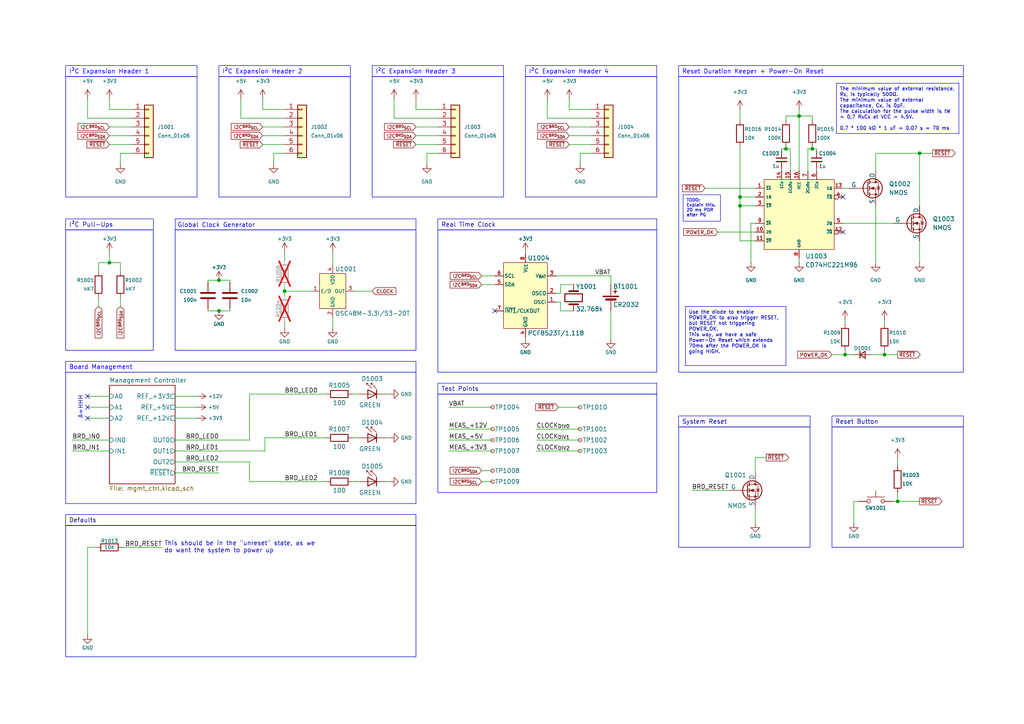
<source format=kicad_sch>
(kicad_sch (version 20250114) (generator "eeschema") (generator_version "9.0")
  (paper "A4")
  (title_block (company "Ashet Technologies") (comment 1 "This sheet contains all backplane-builtin features that are not expansion ports."))
  (lib_symbols
    (symbol "Connector:TestPoint_Small" (pin_numbers (hide yes)) (pin_names (offset 0.762) (hide yes))
      (property "Reference" "TP" (at 0 3.81 0))
      (property "Value" "TestPoint_Small" (at 0 2.032 0))
      (symbol "TestPoint_Small_1_1"
        (pin passive line (at 0 0 90) (length 0) (name "1") (number "1"))
      )
    )
    (symbol "Connector_Generic:Conn_01x06" (pin_names (offset 1.016) (hide yes))
      (property "Reference" "J" (at 0 7.62 0))
      (property "Value" "Conn_01x06" (at 0 -10.16 0))
      (symbol "Conn_01x06_1_1"
        (pin passive line (at -5.08 5.08 0) (length 3.81) (name "Pin_1") (number "1"))
        (pin passive line (at -5.08 2.54 0) (length 3.81) (name "Pin_2") (number "2"))
        (pin passive line (at -5.08 0 0) (length 3.81) (name "Pin_3") (number "3"))
        (pin passive line (at -5.08 -2.54 0) (length 3.81) (name "Pin_4") (number "4"))
        (pin passive line (at -5.08 -5.08 0) (length 3.81) (name "Pin_5") (number "5"))
        (pin passive line (at -5.08 -7.62 0) (length 3.81) (name "Pin_6") (number "6"))
      )
    )
    (symbol "Device:Battery_Cell" (pin_numbers (hide yes)) (pin_names (offset 0) (hide yes))
      (property "Reference" "BT" (at 2.54 2.54 0))
      (property "Value" "Battery_Cell" (at 2.54 0 0))
      (symbol "Battery_Cell_1_1"
        (pin passive line (at 0 5.08 270) (length 2.54) (name "+") (number "1"))
        (pin passive line (at 0 -2.54 90) (length 2.54) (name "-") (number "2"))
      )
    )
    (symbol "Device:C" (pin_numbers (hide yes)) (pin_names (offset 0.254))
      (property "Reference" "C" (at 0.635 2.54 0))
      (property "Value" "C" (at 0.635 -2.54 0))
      (symbol "C_1_1"
        (pin passive line (at 0 3.81 270) (length 2.794) (name "~") (number "1"))
        (pin passive line (at 0 -3.81 90) (length 2.794) (name "~") (number "2"))
      )
    )
    (symbol "Device:C_Small" (pin_numbers (hide yes)) (pin_names (offset 0.254) (hide yes))
      (property "Reference" "C" (at 0.254 1.778 0))
      (property "Value" "C_Small" (at 0.254 -2.032 0))
      (symbol "C_Small_1_1"
        (pin passive line (at 0 2.54 270) (length 2.032) (name "~") (number "1"))
        (pin passive line (at 0 -2.54 90) (length 2.032) (name "~") (number "2"))
      )
    )
    (symbol "Device:Crystal" (pin_numbers (hide yes)) (pin_names (offset 1.016) (hide yes))
      (property "Reference" "Y" (at 0 3.81 0))
      (property "Value" "Crystal" (at 0 -3.81 0))
      (symbol "Crystal_1_1"
        (pin passive line (at -3.81 0 0) (length 1.27) (name "1") (number "1"))
        (pin passive line (at 3.81 0 180) (length 1.27) (name "2") (number "2"))
      )
    )
    (symbol "Device:D_Small" (pin_numbers (hide yes)) (pin_names (offset 0.254) (hide yes))
      (property "Reference" "D" (at -1.27 2.032 0))
      (property "Value" "D_Small" (at -3.81 -2.032 0))
      (symbol "D_Small_1_1"
        (pin passive line (at -2.54 0 0) (length 1.778) (name "K") (number "1"))
        (pin passive line (at 2.54 0 180) (length 1.778) (name "A") (number "2"))
      )
    )
    (symbol "Device:R" (pin_numbers (hide yes)) (pin_names (offset 0))
      (property "Reference" "R" (at 2.032 0 90))
      (property "Value" "R" (at 0 0 90))
      (symbol "R_1_1"
        (pin passive line (at 0 3.81 270) (length 1.27) (name "~") (number "1"))
        (pin passive line (at 0 -3.81 90) (length 1.27) (name "~") (number "2"))
      )
    )
    (symbol "Home Computer:OSC48M-3.3I/S3-20T" (pin_names (offset 0.254))
      (property "Reference" "U" (at 0.508 5.588 0))
      (property "Value" "OSC48M-3.3I/S3-20T" (at 0.508 -5.588 0))
      (symbol "OSC48M-3.3I/S3-20T_1_1"
        (pin input line (at -6.35 0 0) (length 2.54) (name "E/D") (number "1"))
        (pin power_in line (at 0 7.62 270) (length 2.54) (name "VDD") (number "4"))
        (pin power_in line (at 0 -7.62 90) (length 2.54) (name "GND") (number "2"))
        (pin output line (at 6.35 0 180) (length 2.54) (name "OUT") (number "3"))
      )
    )
    (symbol "Home Computer:PCF8523T/1" (pin_names (offset 0.254))
      (property "Reference" "U" (at 0.635 13.335 0))
      (property "Value" "PCF8523T/1,118" (at 0.635 -6.985 0))
      (symbol "PCF8523T/1_1_1"
        (pin open_collector line (at -8.89 8.89 0) (length 2.54) (name "SCL") (number "6"))
        (pin open_collector line (at -8.89 6.35 0) (length 2.54) (name "SDA") (number "5"))
        (pin output line (at -8.89 -1.27 0) (length 2.54) (name "~{INT1}/CLKOUT") (number "7"))
        (pin power_in line (at 0 15.24 270) (length 2.54) (name "V_{CC}") (number "8"))
        (pin power_in line (at 0 -8.89 90) (length 2.54) (name "GND") (number "4"))
        (pin power_in line (at 8.89 8.89 180) (length 2.54) (name "V_{BAT}") (number "3"))
        (pin passive line (at 8.89 3.81 180) (length 2.54) (name "OSCO") (number "2"))
        (pin passive line (at 8.89 1.27 180) (length 2.54) (name "OSCI") (number "1"))
      )
    )
    (symbol "LED:LD271" (pin_numbers (hide yes)) (pin_names (offset 1.016) (hide yes))
      (property "Reference" "D" (at 0.508 1.778 0))
      (property "Value" "LD271" (at -1.016 -2.794 0))
      (symbol "LD271_1_1"
        (pin passive line (at -5.08 0 0) (length 2.54) (name "K") (number "1"))
        (pin passive line (at 2.54 0 180) (length 2.54) (name "A") (number "2"))
      )
    )
    (symbol "Simulation_SPICE:NMOS" (pin_numbers (hide yes)) (pin_names (offset 0))
      (property "Reference" "Q" (at 5.08 1.27 0))
      (property "Value" "NMOS" (at 5.08 -1.27 0))
      (symbol "NMOS_1_1"
        (pin input line (at -5.08 0 0) (length 2.54) (name "G") (number "2"))
        (pin passive line (at 2.54 5.08 270) (length 2.54) (name "D") (number "1"))
        (pin passive line (at 2.54 -5.08 90) (length 2.54) (name "S") (number "3"))
      )
    )
    (symbol "Switch:SW_Push" (pin_numbers (hide yes)) (pin_names (offset 1.016) (hide yes))
      (property "Reference" "SW" (at 1.27 2.54 0))
      (property "Value" "SW_Push" (at 0 -1.524 0))
      (symbol "SW_Push_0_1"
        (pin passive line (at -5.08 0 0) (length 2.54) (name "1") (number "1"))
        (pin passive line (at 5.08 0 180) (length 2.54) (name "2") (number "2"))
      )
    )
    (symbol "Symbol Library:CD74HC221M96"
      (property "Reference" "U" (at 10.16 10.16 0))
      (property "Value" "CD74HC221M96" (at 0 0 0))
      (symbol "CD74HC221M96_1_1"
        (pin input line (at -12.7 7.62 0) (length 2.54) (name "~{1A}") (number "1"))
        (pin input line (at -12.7 5.08 0) (length 2.54) (name "1B") (number "2"))
        (pin input line (at -12.7 2.54 0) (length 2.54) (name "~{1R}") (number "3"))
        (pin input line (at -12.7 -2.54 0) (length 2.54) (name "~{2A}") (number "9"))
        (pin input line (at -12.7 -5.08 0) (length 2.54) (name "2B") (number "10"))
        (pin input line (at -12.7 -7.62 0) (length 2.54) (name "~{2R}") (number "11"))
        (pin passive line (at -5.08 12.7 270) (length 2.54) (name "1C_{X}") (number "14"))
        (pin passive line (at -2.54 12.7 270) (length 2.54) (name "1C_{X}R_{X}") (number "15"))
        (pin power_in line (at 0 12.7 270) (length 2.54) (name "VCC") (number "16"))
        (pin power_in line (at 0 -12.7 90) (length 2.54) (name "GND") (number "8"))
        (pin passive line (at 2.54 12.7 270) (length 2.54) (name "2C_{X}R_{X}") (number "7"))
        (pin passive line (at 5.08 12.7 270) (length 2.54) (name "2C_{X}") (number "6"))
        (pin output line (at 12.7 7.62 180) (length 2.54) (name "1Q") (number "13"))
        (pin output inverted (at 12.7 5.08 180) (length 2.54) (name "~{1Q}") (number "4"))
        (pin output line (at 12.7 -2.54 180) (length 2.54) (name "2Q") (number "5"))
        (pin output inverted (at 12.7 -5.08 180) (length 2.54) (name "~{2Q}") (number "12"))
      )
    )
    (symbol "power:+12V" (power) (pin_numbers (hide yes)) (pin_names (offset 0) (hide yes))
      (property "Value" "+12V" (at 0 3.556 0))
      (symbol "+12V_1_1"
        (pin power_in line (at 0 0 90) (length 0) (name "~") (number "1"))
      )
    )
    (symbol "power:+3V3" (power) (pin_numbers (hide yes)) (pin_names (offset 0) (hide yes))
      (property "Value" "+3V3" (at 0 3.556 0))
      (symbol "+3V3_1_1"
        (pin power_in line (at 0 0 90) (length 0) (name "~") (number "1"))
      )
    )
    (symbol "power:+5V" (power) (pin_numbers (hide yes)) (pin_names (offset 0) (hide yes))
      (property "Value" "+5V" (at 0 3.556 0))
      (symbol "+5V_1_1"
        (pin power_in line (at 0 0 90) (length 0) (name "~") (number "1"))
      )
    )
    (symbol "power:GND" (power) (pin_numbers (hide yes)) (pin_names (offset 0) (hide yes))
      (property "Value" "GND" (at 0 -3.81 0))
      (symbol "GND_1_1"
        (pin power_in line (at 0 0 270) (length 0) (name "~") (number "1"))
      )
    )
  )
  (rectangle (start 63.5 22.225) (end 101.6 57.15))
  (rectangle (start 196.85 22.225) (end 279.4 107.95))
  (rectangle (start 152.4 22.225) (end 190.5 57.15))
  (rectangle (start 50.8 66.675) (end 120.65 101.6))
  (rectangle (start 19.05 107.95) (end 120.65 146.05))
  (rectangle (start 19.05 66.675) (end 44.45 101.6))
  (rectangle (start 19.05 152.4) (end 120.65 190.5))
  (rectangle (start 19.05 22.225) (end 57.15 57.15))
  (rectangle (start 50.8 63.5) (end 120.65 66.675) (fill (type color) (color 255 255 255 1)))
  (rectangle (start 127 114.3) (end 190.5 142.875))
  (rectangle (start 241.3 123.825) (end 279.4 158.75))
  (rectangle (start 196.85 123.825) (end 234.95 158.75))
  (rectangle (start 127 66.675) (end 190.5 107.95))
  (rectangle (start 107.95 22.225) (end 146.05 57.15))
  (text "Global Clock Generator" (at 51.435 65.405 0) (effects (font (size 1.27 1.27)) (justify left)))
  (text "A=HHH" (at 24.13 118.11 90) (effects (font (size 1.27 1.27)) (justify bottom)))
  (text "This should be in the \"unreset\" state, as we\ndo want the system to power up" (at 47.625 158.75 0) (effects (font (size 1.27 1.27)) (justify left)))
  (text_box "I²C Expansion Header 3" (at 107.95 19.05 0) (size 38.1 3.175) (margins 0.9525 0.9525 0.9525 0.9525) (fill (type color) (color 255 255 255 1)) (effects (font (size 1.27 1.27)) (justify left)))
  (text_box "Real Time Clock" (at 127 63.5 0) (size 63.5 3.175) (margins 0.9525 0.9525 0.9525 0.9525) (fill (type color) (color 255 255 255 1)) (effects (font (size 1.27 1.27)) (justify left)))
  (text_box "TODO:\nExplain this.\n20 ms POR after PG" (at 198.12 56.515 0) (size 10.795 7.62) (margins 0.9525 0.9525 0.9525 0.9525) (fill (type color) (color 255 255 255 1)) (effects (font (size 0.889 0.889)) (justify left top)))
  (text_box "I²C Expansion Header 1" (at 19.05 19.05 0) (size 38.1 3.175) (margins 0.9525 0.9525 0.9525 0.9525) (fill (type color) (color 255 255 255 1)) (effects (font (size 1.27 1.27)) (justify left)))
  (text_box "Use the diode to enable POWER_OK to also trigger RESET,\nbut RESET not triggering POWER_OK.\nThis way, we have a safe Power-On Reset which extends 70ms after the POWER_OK is going HIGH." (at 198.755 88.9 0) (size 29.21 17.145) (margins 0.9525 0.9525 0.9525 0.9525) (fill (type color) (color 255 255 255 1)) (effects (font (size 1.016 1.016)) (justify left top)))
  (text_box "Reset Button" (at 241.3 120.65 0) (size 38.1 3.175) (margins 0.9525 0.9525 0.9525 0.9525) (fill (type color) (color 255 255 255 1)) (effects (font (size 1.27 1.27)) (justify left)))
  (text_box "Defaults" (at 19.05 149.225 0) (size 101.6 3.175) (margins 0.9525 0.9525 0.9525 0.9525) (fill (type color) (color 255 255 255 1)) (effects (font (size 1.27 1.27)) (justify left)))
  (text_box "Board Management" (at 19.05 104.775 0) (size 101.6 3.175) (margins 0.9525 0.9525 0.9525 0.9525) (fill (type color) (color 255 255 255 1)) (effects (font (size 1.27 1.27)) (justify left)))
  (text_box "System Reset" (at 196.85 120.65 0) (size 38.1 3.175) (margins 0.9525 0.9525 0.9525 0.9525) (fill (type color) (color 255 255 255 1)) (effects (font (size 1.27 1.27)) (justify left)))
  (text_box "Reset Duration Keeper + Power-On Reset" (at 196.85 19.05 0) (size 82.55 3.175) (margins 0.9525 0.9525 0.9525 0.9525) (fill (type color) (color 255 255 255 1)) (effects (font (size 1.27 1.27)) (justify left)))
  (text_box "I²C Pull-Ups" (at 19.05 63.5 0) (size 25.4 3.175) (margins 0.9525 0.9525 0.9525 0.9525) (fill (type color) (color 255 255 255 1)) (effects (font (size 1.27 1.27)) (justify left)))
  (text_box "I²C Expansion Header 4" (at 152.4 19.05 0) (size 38.1 3.175) (margins 0.9525 0.9525 0.9525 0.9525) (fill (type color) (color 255 255 255 1)) (effects (font (size 1.27 1.27)) (justify left)))
  (text_box "Test Points" (at 127 111.125 0) (size 63.5 3.175) (margins 0.9525 0.9525 0.9525 0.9525) (fill (type color) (color 255 255 255 1)) (effects (font (size 1.27 1.27)) (justify left)))
  (text_box "I²C Expansion Header 2" (at 63.5 19.05 0) (size 38.1 3.175) (margins 0.9525 0.9525 0.9525 0.9525) (fill (type color) (color 255 255 255 1)) (effects (font (size 1.27 1.27)) (justify left)))
  (text_box "The minimum value of external resistance, R_{X}, is typically 500Ω.\nThe minimum value of external capacitance, C_{X}, is 0pF.\nThe calculation for the pulse width is tW = 0.7 R_{X}C_{X} at VCC = 4.5V.\n\n0.7 * 100 kΩ * 1 uF = 0.07 s = 70 ms" (at 242.57 24.13 0) (size 35.56 14.605) (margins 0.9525 0.9525 0.9525 0.9525) (fill (type color) (color 255 255 255 1)) (effects (font (size 1.016 1.016)) (justify left top)))
  (junction (at 260.35 145.415))
  (junction (at 214.63 59.69))
  (junction (at 63.5 81.28))
  (junction (at 227.965 43.18))
  (junction (at 31.75 76.2))
  (junction (at 256.54 102.87))
  (junction (at 214.63 57.15))
  (junction (at 245.11 102.87))
  (junction (at 235.585 43.18))
  (junction (at 266.7 44.45))
  (junction (at 63.5 90.17))
  (junction (at 82.55 84.455))
  (junction (at 231.775 33.655))
  (no_connect (at 25.4 118.11))
  (no_connect (at 244.475 67.31))
  (no_connect (at 244.475 57.15))
  (no_connect (at 25.4 114.935))
  (no_connect (at 25.4 121.285))
  (no_connect (at 143.51 90.17))
  (wire (pts (xy 102.235 114.3) (xy 104.14 114.3)))
  (wire (pts (xy 31.75 28.575) (xy 31.75 31.75)))
  (wire (pts (xy 72.39 114.3) (xy 94.615 114.3)))
  (wire (pts (xy 82.55 31.75) (xy 76.2 31.75)))
  (wire (pts (xy 130.175 130.81) (xy 142.875 130.81)))
  (wire (pts (xy 235.585 34.925) (xy 235.585 33.655)))
  (wire (pts (xy 120.65 28.575) (xy 120.65 31.75)))
  (wire (pts (xy 111.76 139.7) (xy 113.03 139.7)))
  (wire (pts (xy 152.4 73.025) (xy 152.4 73.66)))
  (wire (pts (xy 235.585 43.18) (xy 234.315 43.18)))
  (wire (pts (xy 245.11 102.87) (xy 247.65 102.87)))
  (wire (pts (xy 245.11 101.6) (xy 245.11 102.87)))
  (wire (pts (xy 168.275 44.45) (xy 168.275 47.625)))
  (wire (pts (xy 162.56 90.17) (xy 166.37 90.17)))
  (wire (pts (xy 60.325 90.17) (xy 63.5 90.17)))
  (wire (pts (xy 217.805 64.77) (xy 219.075 64.77)))
  (wire (pts (xy 227.965 43.18) (xy 226.695 43.18)))
  (wire (pts (xy 76.835 127) (xy 94.615 127)))
  (wire (pts (xy 168.275 130.81) (xy 155.575 130.81)))
  (wire (pts (xy 127 36.83) (xy 120.65 36.83)))
  (wire (pts (xy 219.075 132.715) (xy 219.075 137.16)))
  (wire (pts (xy 266.7 44.45) (xy 266.7 59.69)))
  (wire (pts (xy 102.87 84.455) (xy 107.95 84.455)))
  (wire (pts (xy 127 31.75) (xy 120.65 31.75)))
  (wire (pts (xy 266.7 44.45) (xy 270.51 44.45)))
  (wire (pts (xy 214.63 31.75) (xy 214.63 34.925)))
  (wire (pts (xy 162.56 82.55) (xy 162.56 85.09)))
  (wire (pts (xy 214.63 42.545) (xy 214.63 57.15)))
  (wire (pts (xy 214.63 59.69) (xy 219.075 59.69)))
  (wire (pts (xy 120.65 41.91) (xy 127 41.91)))
  (wire (pts (xy 35.56 158.75) (xy 46.99 158.75)))
  (wire (pts (xy 227.965 34.925) (xy 227.965 33.655)))
  (wire (pts (xy 155.575 127.635) (xy 168.275 127.635)))
  (wire (pts (xy 256.54 102.87) (xy 260.35 102.87)))
  (wire (pts (xy 111.76 127) (xy 113.03 127)))
  (wire (pts (xy 222.25 132.715) (xy 219.075 132.715)))
  (wire (pts (xy 260.35 132.715) (xy 260.35 135.255)))
  (wire (pts (xy 254 44.45) (xy 266.7 44.45)))
  (wire (pts (xy 25.4 158.75) (xy 25.4 184.15)))
  (wire (pts (xy 139.7 80.01) (xy 143.51 80.01)))
  (wire (pts (xy 50.8 137.16) (xy 63.5 137.16)))
  (wire (pts (xy 38.1 36.83) (xy 31.75 36.83)))
  (wire (pts (xy 235.585 33.655) (xy 231.775 33.655)))
  (wire (pts (xy 260.35 142.875) (xy 260.35 145.415)))
  (wire (pts (xy 204.47 54.61) (xy 219.075 54.61)))
  (wire (pts (xy 214.63 57.15) (xy 214.63 59.69)))
  (wire (pts (xy 82.55 44.45) (xy 79.375 44.45)))
  (wire (pts (xy 139.7 82.55) (xy 143.51 82.55)))
  (wire (pts (xy 28.575 78.74) (xy 28.575 76.2)))
  (wire (pts (xy 260.35 145.415) (xy 259.08 145.415)))
  (wire (pts (xy 82.55 39.37) (xy 76.2 39.37)))
  (wire (pts (xy 82.55 73.025) (xy 82.55 75.565)))
  (wire (pts (xy 177.165 80.01) (xy 161.29 80.01)))
  (wire (pts (xy 25.4 114.935) (xy 31.75 114.935)))
  (wire (pts (xy 171.45 34.29) (xy 158.75 34.29)))
  (wire (pts (xy 127 44.45) (xy 123.825 44.45)))
  (wire (pts (xy 247.65 145.415) (xy 247.65 151.765)))
  (wire (pts (xy 34.925 76.2) (xy 34.925 78.74)))
  (wire (pts (xy 31.75 41.91) (xy 38.1 41.91)))
  (wire (pts (xy 20.955 127.635) (xy 31.75 127.635)))
  (wire (pts (xy 247.65 145.415) (xy 248.92 145.415)))
  (wire (pts (xy 38.1 44.45) (xy 34.925 44.45)))
  (wire (pts (xy 252.73 102.87) (xy 256.54 102.87)))
  (wire (pts (xy 90.17 84.455) (xy 82.55 84.455)))
  (wire (pts (xy 256.54 101.6) (xy 256.54 102.87)))
  (wire (pts (xy 25.4 158.75) (xy 27.94 158.75)))
  (wire (pts (xy 25.4 121.285) (xy 31.75 121.285)))
  (wire (pts (xy 254 59.69) (xy 254 76.2)))
  (wire (pts (xy 50.8 118.11) (xy 57.15 118.11)))
  (wire (pts (xy 102.235 127) (xy 104.14 127)))
  (wire (pts (xy 123.825 44.45) (xy 123.825 47.625)))
  (wire (pts (xy 214.63 59.69) (xy 214.63 69.85)))
  (wire (pts (xy 50.8 127.635) (xy 72.39 127.635)))
  (wire (pts (xy 31.75 73.025) (xy 31.75 76.2)))
  (wire (pts (xy 162.56 87.63) (xy 162.56 90.17)))
  (wire (pts (xy 82.55 83.185) (xy 82.55 84.455)))
  (wire (pts (xy 231.775 31.75) (xy 231.775 33.655)))
  (wire (pts (xy 266.7 145.415) (xy 260.35 145.415)))
  (wire (pts (xy 166.37 82.55) (xy 162.56 82.55)))
  (wire (pts (xy 214.63 57.15) (xy 219.075 57.15)))
  (wire (pts (xy 69.85 34.29) (xy 69.85 28.575)))
  (wire (pts (xy 171.45 31.75) (xy 165.1 31.75)))
  (wire (pts (xy 76.835 130.81) (xy 76.835 127)))
  (wire (pts (xy 171.45 36.83) (xy 165.1 36.83)))
  (wire (pts (xy 111.76 114.3) (xy 113.03 114.3)))
  (wire (pts (xy 231.775 33.655) (xy 231.775 49.53)))
  (wire (pts (xy 28.575 88.9) (xy 28.575 86.36)))
  (wire (pts (xy 227.965 43.18) (xy 227.965 42.545)))
  (wire (pts (xy 226.695 48.895) (xy 226.695 49.53)))
  (wire (pts (xy 235.585 43.18) (xy 235.585 42.545)))
  (wire (pts (xy 244.475 64.77) (xy 259.08 64.77)))
  (wire (pts (xy 25.4 34.29) (xy 25.4 28.575)))
  (wire (pts (xy 177.165 90.17) (xy 177.165 98.425)))
  (wire (pts (xy 219.075 147.32) (xy 219.075 151.765)))
  (wire (pts (xy 60.325 81.28) (xy 63.5 81.28)))
  (wire (pts (xy 60.325 90.17) (xy 60.325 89.535)))
  (wire (pts (xy 34.925 44.45) (xy 34.925 47.625)))
  (wire (pts (xy 28.575 76.2) (xy 31.75 76.2)))
  (wire (pts (xy 50.8 130.81) (xy 76.835 130.81)))
  (wire (pts (xy 79.375 44.45) (xy 79.375 47.625)))
  (wire (pts (xy 38.1 39.37) (xy 31.75 39.37)))
  (wire (pts (xy 234.315 43.18) (xy 234.315 49.53)))
  (wire (pts (xy 72.39 133.985) (xy 72.39 139.7)))
  (wire (pts (xy 82.55 84.455) (xy 82.55 85.725)))
  (wire (pts (xy 82.55 34.29) (xy 69.85 34.29)))
  (wire (pts (xy 50.8 114.935) (xy 57.15 114.935)))
  (wire (pts (xy 177.165 82.55) (xy 177.165 80.01)))
  (wire (pts (xy 76.2 41.91) (xy 82.55 41.91)))
  (wire (pts (xy 208.28 67.31) (xy 219.075 67.31)))
  (wire (pts (xy 256.54 92.71) (xy 256.54 93.98)))
  (wire (pts (xy 171.45 44.45) (xy 168.275 44.45)))
  (wire (pts (xy 72.39 139.7) (xy 94.615 139.7)))
  (wire (pts (xy 76.2 28.575) (xy 76.2 31.75)))
  (wire (pts (xy 152.4 98.425) (xy 152.4 97.79)))
  (wire (pts (xy 38.1 34.29) (xy 25.4 34.29)))
  (wire (pts (xy 96.52 92.075) (xy 96.52 95.25)))
  (wire (pts (xy 245.11 92.71) (xy 245.11 93.98)))
  (wire (pts (xy 96.52 73.025) (xy 96.52 76.835)))
  (wire (pts (xy 254 49.53) (xy 254 44.45)))
  (wire (pts (xy 231.775 74.93) (xy 231.775 76.2)))
  (wire (pts (xy 226.695 43.18) (xy 226.695 43.815)))
  (wire (pts (xy 161.925 118.11) (xy 168.275 118.11)))
  (wire (pts (xy 229.235 43.18) (xy 229.235 49.53)))
  (wire (pts (xy 63.5 90.17) (xy 66.675 90.17)))
  (wire (pts (xy 34.925 88.9) (xy 34.925 86.36)))
  (wire (pts (xy 219.075 69.85) (xy 214.63 69.85)))
  (wire (pts (xy 139.7 139.7) (xy 142.875 139.7)))
  (wire (pts (xy 102.235 139.7) (xy 104.14 139.7)))
  (wire (pts (xy 161.29 87.63) (xy 162.56 87.63)))
  (wire (pts (xy 130.175 127.635) (xy 142.875 127.635)))
  (wire (pts (xy 63.5 81.28) (xy 66.675 81.28)))
  (wire (pts (xy 165.1 28.575) (xy 165.1 31.75)))
  (wire (pts (xy 130.175 118.11) (xy 142.875 118.11)))
  (wire (pts (xy 66.675 90.17) (xy 66.675 89.535)))
  (wire (pts (xy 236.855 43.18) (xy 236.855 43.815)))
  (wire (pts (xy 114.3 34.29) (xy 114.3 28.575)))
  (wire (pts (xy 82.55 93.345) (xy 82.55 95.25)))
  (wire (pts (xy 235.585 43.18) (xy 236.855 43.18)))
  (wire (pts (xy 236.855 48.895) (xy 236.855 49.53)))
  (wire (pts (xy 266.7 69.85) (xy 266.7 76.2)))
  (wire (pts (xy 139.7 136.525) (xy 142.875 136.525)))
  (wire (pts (xy 50.8 121.285) (xy 57.15 121.285)))
  (wire (pts (xy 227.965 43.18) (xy 229.235 43.18)))
  (wire (pts (xy 60.325 81.28) (xy 60.325 81.915)))
  (wire (pts (xy 31.75 76.2) (xy 34.925 76.2)))
  (wire (pts (xy 162.56 85.09) (xy 161.29 85.09)))
  (wire (pts (xy 130.175 124.46) (xy 142.875 124.46)))
  (wire (pts (xy 25.4 118.11) (xy 31.75 118.11)))
  (wire (pts (xy 127 39.37) (xy 120.65 39.37)))
  (wire (pts (xy 217.805 64.77) (xy 217.805 76.2)))
  (wire (pts (xy 155.575 124.46) (xy 168.275 124.46)))
  (wire (pts (xy 165.1 41.91) (xy 171.45 41.91)))
  (wire (pts (xy 38.1 31.75) (xy 31.75 31.75)))
  (wire (pts (xy 127 34.29) (xy 114.3 34.29)))
  (wire (pts (xy 171.45 39.37) (xy 165.1 39.37)))
  (wire (pts (xy 50.8 133.985) (xy 72.39 133.985)))
  (wire (pts (xy 66.675 81.28) (xy 66.675 81.915)))
  (wire (pts (xy 158.75 34.29) (xy 158.75 28.575)))
  (wire (pts (xy 20.955 130.81) (xy 31.75 130.81)))
  (wire (pts (xy 72.39 127.635) (xy 72.39 114.3)))
  (wire (pts (xy 82.55 36.83) (xy 76.2 36.83)))
  (wire (pts (xy 227.965 33.655) (xy 231.775 33.655)))
  (wire (pts (xy 200.66 142.24) (xy 211.455 142.24)))
  (wire (pts (xy 244.475 54.61) (xy 246.38 54.61)))
  (wire (pts (xy 241.3 102.87) (xy 245.11 102.87)))
  (label "MEAS_+12V" (at 130.175 124.46 0))
  (label "BRD_LED2" (at 63.5 133.985 180))
  (label "BRD_LED1" (at 63.5 130.81 180))
  (label "VBAT" (at 130.175 118.11 0))
  (label "MEAS_+3V3" (at 130.175 130.81 0))
  (label "BRD_IN0" (at 20.955 127.635 0))
  (label "MEAS_+5V" (at 130.175 127.635 0))
  (label "BRD_LED0" (at 82.55 114.3 0))
  (label "BRD_LED1" (at 82.55 127 0))
  (label "BRD_LED0" (at 63.5 127.635 180))
  (label "CLOCK_{DIV1}" (at 155.575 127.635 0))
  (label "BRD_RESET" (at 200.66 142.24 0))
  (label "CLOCK_{DIV0}" (at 155.575 124.46 0))
  (label "BRD_IN1" (at 20.955 130.81 0))
  (label "BRD_RESET" (at 63.5 137.16 180))
  (label "CLOCK_{DIV2}" (at 155.575 130.81 0))
  (label "BRD_RESET" (at 46.99 158.75 180))
  (label "BRD_LED2" (at 82.55 139.7 0))
  (label "VBAT" (at 177.165 80.01 180))
  (global_label "I2C^{BRD}_{SCL}" (shape input) (at 139.7 139.7 180) (effects (font (size 1.016 1.016))) (property "Intersheetrefs" "${INTERSHEET_REFS}" (effects (hide yes))))
  (global_label "I2C^{BRD}_{SCL}" (shape input) (at 31.75 36.83 180) (effects (font (size 1.016 1.016))) (property "Intersheetrefs" "${INTERSHEET_REFS}" (effects (hide yes))))
  (global_label "~{RESET}" (shape output) (at 266.7 145.415 0) (effects (font (size 1.016 1.016))) (property "Intersheetrefs" "${INTERSHEET_REFS}" (effects (hide yes))))
  (global_label "~{RESET}" (shape input) (at 204.47 54.61 180) (effects (font (size 1.016 1.016))) (property "Intersheetrefs" "${INTERSHEET_REFS}" (effects (hide yes))))
  (global_label "I2C^{BRD}_{SDA}" (shape input) (at 139.7 82.55 180) (effects (font (size 1.016 1.016))) (property "Intersheetrefs" "${INTERSHEET_REFS}" (effects (hide yes))))
  (global_label "POWER_OK" (shape input) (at 241.3 102.87 180) (effects (font (size 1.016 1.016))) (property "Intersheetrefs" "${INTERSHEET_REFS}" (effects (hide yes))))
  (global_label "I2C^{BRD}_{SDA}" (shape input) (at 165.1 39.37 180) (effects (font (size 1.016 1.016))) (property "Intersheetrefs" "${INTERSHEET_REFS}" (effects (hide yes))))
  (global_label "I2C^{BRD}_{SCL}" (shape input) (at 120.65 36.83 180) (effects (font (size 1.016 1.016))) (property "Intersheetrefs" "${INTERSHEET_REFS}" (effects (hide yes))))
  (global_label "I2C^{BRD}_{SDA}" (shape input) (at 139.7 136.525 180) (effects (font (size 1.016 1.016))) (property "Intersheetrefs" "${INTERSHEET_REFS}" (effects (hide yes))))
  (global_label "I2C^{BRD}_{SDA}" (shape input) (at 76.2 39.37 180) (effects (font (size 1.016 1.016))) (property "Intersheetrefs" "${INTERSHEET_REFS}" (effects (hide yes))))
  (global_label "I2C^{BRD}_{SCL}" (shape input) (at 139.7 80.01 180) (effects (font (size 1.016 1.016))) (property "Intersheetrefs" "${INTERSHEET_REFS}" (effects (hide yes))))
  (global_label "POWER_OK" (shape input) (at 208.28 67.31 180) (effects (font (size 1.016 1.016))) (property "Intersheetrefs" "${INTERSHEET_REFS}" (effects (hide yes))))
  (global_label "~{RESET}" (shape output) (at 260.35 102.87 0) (effects (font (size 1.016 1.016))) (property "Intersheetrefs" "${INTERSHEET_REFS}" (effects (hide yes))))
  (global_label "~{RESET}" (shape input) (at 165.1 41.91 180) (effects (font (size 1.016 1.016))) (property "Intersheetrefs" "${INTERSHEET_REFS}" (effects (hide yes))))
  (global_label "~{RESET}" (shape input) (at 120.65 41.91 180) (effects (font (size 1.016 1.016))) (property "Intersheetrefs" "${INTERSHEET_REFS}" (effects (hide yes))))
  (global_label "CLOCK" (shape input) (at 107.95 84.455 0) (effects (font (size 1.016 1.016))) (property "Intersheetrefs" "${INTERSHEET_REFS}" (effects (hide yes))))
  (global_label "I2C^{BRD}_{SDA}" (shape input) (at 31.75 39.37 180) (effects (font (size 1.016 1.016))) (property "Intersheetrefs" "${INTERSHEET_REFS}" (effects (hide yes))))
  (global_label "~{RESET}" (shape input) (at 161.925 118.11 180) (effects (font (size 1.016 1.016))) (property "Intersheetrefs" "${INTERSHEET_REFS}" (effects (hide yes))))
  (global_label "I2C^{BRD}_{SCL}" (shape input) (at 165.1 36.83 180) (effects (font (size 1.016 1.016))) (property "Intersheetrefs" "${INTERSHEET_REFS}" (effects (hide yes))))
  (global_label "~{RESET}" (shape input) (at 31.75 41.91 180) (effects (font (size 1.016 1.016))) (property "Intersheetrefs" "${INTERSHEET_REFS}" (effects (hide yes))))
  (global_label "~{RESET}" (shape output) (at 270.51 44.45 0) (effects (font (size 1.016 1.016))) (property "Intersheetrefs" "${INTERSHEET_REFS}" (effects (hide yes))))
  (global_label "I2C^{BRD}_{SCL}" (shape input) (at 28.575 88.9 270) (effects (font (size 1.016 1.016))) (property "Intersheetrefs" "${INTERSHEET_REFS}" (effects (hide yes))))
  (global_label "~{RESET}" (shape input) (at 76.2 41.91 180) (effects (font (size 1.016 1.016))) (property "Intersheetrefs" "${INTERSHEET_REFS}" (effects (hide yes))))
  (global_label "I2C^{BRD}_{SDA}" (shape input) (at 120.65 39.37 180) (effects (font (size 1.016 1.016))) (property "Intersheetrefs" "${INTERSHEET_REFS}" (effects (hide yes))))
  (global_label "I2C^{BRD}_{SCL}" (shape input) (at 76.2 36.83 180) (effects (font (size 1.016 1.016))) (property "Intersheetrefs" "${INTERSHEET_REFS}" (effects (hide yes))))
  (global_label "I2C^{BRD}_{SDA}" (shape input) (at 34.925 88.9 270) (effects (font (size 1.016 1.016))) (property "Intersheetrefs" "${INTERSHEET_REFS}" (effects (hide yes))))
  (global_label "~{RESET}" (shape output) (at 222.25 132.715 0) (effects (font (size 1.016 1.016))) (property "Intersheetrefs" "${INTERSHEET_REFS}" (effects (hide yes))))
  (symbol (lib_id "power:GND") (at 79.375 47.625 0) (unit 1)
    (property "Reference" "#PWR01013" (effects (hide yes)))
    (property "Value" "GND" (at 79.375 52.705 0) (effects (font (size 1.016 1.016))))
    (property "Description" "Power symbol creates a global label with name \"GND\" , ground" (effects (hide yes)))
  )
  (symbol (lib_id "Device:C") (at 60.325 85.725 0) (mirror x) (unit 1)
    (property "Reference" "C1001" (at 57.15 84.4549 0) (effects (font (size 1.016 1.016)) (justify right)))
    (property "Value" "100n" (at 57.15 86.9949 0) (effects (font (size 1.016 1.016)) (justify right)))
    (property "Footprint" "Capacitor_SMD:C_0603_1608Metric" (effects (hide yes)))
    (property "Description" "Unpolarized capacitor" (effects (hide yes)))
  )
  (symbol (lib_id "power:+3V3") (at 245.11 92.71 0) (unit 1)
    (property "Reference" "#PWR01033" (effects (hide yes)))
    (property "Value" "+3V3" (at 245.11 87.63 0) (effects (font (size 1.016 1.016))))
    (property "Description" "Power symbol creates a global label with name \"+3V3\"" (effects (hide yes)))
  )
  (symbol (lib_id "Connector:TestPoint_Small") (at 142.875 118.11 0) (unit 1)
    (property "Reference" "TP1004" (at 143.51 118.11 0) (effects (justify left)))
    (property "Value" "TestPoint_Small" (effects (hide yes)))
    (property "Footprint" "TestPoint:TestPoint_Pad_D1.0mm" (effects (hide yes)))
    (property "Description" "test point" (effects (hide yes)))
  )
  (symbol (lib_id "Device:R") (at 82.55 79.375 180) (unit 1) (in_bom no) (dnp yes)
    (property "Reference" "R1006" (at 81.28 79.375 90) (effects (font (size 1.016 1.016)) (justify top)))
    (property "Value" "10K" (at 82.55 79.375 90) (effects (font (size 1.016 1.016))))
    (property "Footprint" "Resistor_SMD:R_0603_1608Metric" (effects (hide yes)))
    (property "Description" "Resistor" (effects (hide yes)))
  )
  (symbol (lib_id "Device:Crystal") (at 166.37 86.36 270) (mirror x) (unit 1)
    (property "Reference" "Y1001" (at 167.005 83.82 90) (effects (justify left top)))
    (property "Value" "32.768k" (at 167.005 88.9 90) (effects (justify left bottom)))
    (property "Description" "Two pin crystal" (effects (hide yes)))
  )
  (symbol (lib_id "Device:R") (at 98.425 114.3 270) (unit 1)
    (property "Reference" "R1005" (at 98.425 111.76 90))
    (property "Value" "100" (at 98.425 116.84 90))
    (property "Description" "Resistor" (effects (hide yes)))
  )
  (symbol (lib_id "power:GND") (at 266.7 76.2 0) (unit 1)
    (property "Reference" "#PWR01034" (effects (hide yes)))
    (property "Value" "GND" (at 266.7 81.28 0) (effects (font (size 1.016 1.016))))
    (property "Description" "Power symbol creates a global label with name \"GND\" , ground" (effects (hide yes)))
  )
  (symbol (lib_id "Device:C") (at 66.675 85.725 180) (unit 1)
    (property "Reference" "C1002" (at 69.85 84.4549 0) (effects (font (size 1.016 1.016)) (justify right)))
    (property "Value" "10n" (at 69.85 86.9949 0) (effects (font (size 1.016 1.016)) (justify right)))
    (property "Footprint" "Capacitor_SMD:C_0603_1608Metric" (effects (hide yes)))
    (property "Description" "Unpolarized capacitor" (effects (hide yes)))
  )
  (symbol (lib_id "power:+3V3") (at 260.35 132.715 0) (unit 1)
    (property "Reference" "#PWR01003" (effects (hide yes)))
    (property "Value" "+3V3" (at 260.35 127.635 0) (effects (font (size 1.016 1.016))))
    (property "Description" "Power symbol creates a global label with name \"+3V3\"" (effects (hide yes)))
  )
  (symbol (lib_id "power:GND") (at 231.775 76.2 0) (unit 1)
    (property "Reference" "#PWR01030" (effects (hide yes)))
    (property "Value" "GND" (at 231.775 81.28 0) (effects (font (size 1.016 1.016))))
    (property "Description" "Power symbol creates a global label with name \"GND\" , ground" (effects (hide yes)))
  )
  (symbol (lib_id "power:GND") (at 113.03 114.3 90) (unit 1)
    (property "Reference" "#PWR01024" (effects (hide yes)))
    (property "Value" "GND" (at 116.205 114.2999 90) (effects (font (size 1.016 1.016)) (justify right)))
    (property "Description" "Power symbol creates a global label with name \"GND\" , ground" (effects (hide yes)))
  )
  (symbol (lib_id "Switch:SW_Push") (at 254 145.415 0) (unit 1)
    (property "Reference" "SW1001" (at 254 147.32 0) (effects (font (size 1.016 1.016))))
    (property "Value" "SW_Push" (effects (hide yes)))
    (property "Description" "Push button switch, generic, two pins" (effects (hide yes)))
  )
  (symbol (lib_id "power:GND") (at 25.4 184.15 0) (unit 1)
    (property "Reference" "#PWR01026" (effects (hide yes)))
    (property "Value" "GND" (at 25.4 187.325 0) (effects (font (size 1.016 1.016)) (justify top)))
    (property "Description" "Power symbol creates a global label with name \"GND\" , ground" (effects (hide yes)))
  )
  (symbol (lib_id "power:+3V3") (at 214.63 31.75 0) (mirror y) (unit 1)
    (property "Reference" "#PWR01039" (effects (hide yes)))
    (property "Value" "+3V3" (at 214.63 26.67 0) (effects (font (size 1.016 1.016))))
    (property "Description" "Power symbol creates a global label with name \"+3V3\"" (effects (hide yes)))
  )
  (symbol (lib_id "Home Computer:OSC48M-3.3I/S3-20T") (at 96.52 84.455 0) (unit 1)
    (property "Reference" "U1001" (at 97.155 78.74 0) (effects (justify left bottom)))
    (property "Value" "OSC48M-3.3I/S3-20T" (at 97.155 90.17 0) (effects (justify left top)))
    (property "Datasheet" "https://www.yic.com.tw/wp-content/uploads/2024/10/YIC-OSC-S3-Series.pdf" (effects (hide yes)))
  )
  (symbol (lib_id "power:+3V3") (at 256.54 92.71 0) (mirror y) (unit 1)
    (property "Reference" "#PWR01035" (effects (hide yes)))
    (property "Value" "+3V3" (at 256.54 87.63 0) (effects (font (size 1.016 1.016))))
    (property "Description" "Power symbol creates a global label with name \"+3V3\"" (effects (hide yes)))
  )
  (symbol (lib_id "power:GND") (at 34.925 47.625 0) (unit 1)
    (property "Reference" "#PWR01008" (effects (hide yes)))
    (property "Value" "GND" (at 34.925 52.705 0) (effects (font (size 1.016 1.016))))
    (property "Description" "Power symbol creates a global label with name \"GND\" , ground" (effects (hide yes)))
  )
  (symbol (lib_id "Simulation_SPICE:NMOS") (at 251.46 54.61 0) (unit 1)
    (property "Reference" "Q1002" (at 257.81 53.3399 0) (effects (justify left)))
    (property "Value" "NMOS" (at 257.81 55.8799 0) (effects (justify left)))
    (property "Footprint" "Package_TO_SOT_SMD:SOT-23" (effects (hide yes)))
    (property "Datasheet" "https://ngspice.sourceforge.io/docs/ngspice-html-manual/manual.xhtml#cha_MOSFETs" (effects (hide yes)))
    (property "Description" "N-MOSFET transistor, drain/source/gate" (effects (hide yes)))
    (property "Sim.Device" "NMOS" (effects (hide yes)))
    (property "Sim.Type" "VDMOS" (effects (hide yes)))
    (property "Sim.Pins" "1=D 2=G 3=S" (effects (hide yes)))
  )
  (symbol (lib_id "Connector:TestPoint_Small") (at 168.275 124.46 0) (unit 1)
    (property "Reference" "TP1001" (at 168.91 124.46 0) (effects (justify left)))
    (property "Value" "TestPoint_Small" (effects (hide yes)))
    (property "Footprint" "TestPoint:TestPoint_Pad_D1.0mm" (effects (hide yes)))
    (property "Description" "test point" (effects (hide yes)))
  )
  (symbol (lib_id "Device:R") (at 31.75 158.75 90) (unit 1)
    (property "Reference" "R1013" (at 31.75 157.48 90) (effects (font (size 1.016 1.016)) (justify top)))
    (property "Value" "10K" (at 31.75 158.75 90) (effects (font (size 1.016 1.016))))
    (property "Footprint" "Resistor_SMD:R_0603_1608Metric" (effects (hide yes)))
    (property "Description" "Resistor" (effects (hide yes)))
  )
  (symbol (lib_id "power:+3V3") (at 96.52 73.025 0) (unit 1)
    (property "Reference" "#PWR01009" (effects (hide yes)))
    (property "Value" "+3V3" (at 96.52 69.85 0) (effects (font (size 1.016 1.016)) (justify bottom)))
    (property "Description" "Power symbol creates a global label with name \"+3V3\"" (effects (hide yes)))
  )
  (symbol (lib_id "power:GND") (at 219.075 151.765 0) (unit 1)
    (property "Reference" "#PWR01001" (effects (hide yes)))
    (property "Value" "GND" (at 219.075 154.94 0) (effects (font (size 1.016 1.016)) (justify top)))
    (property "Description" "Power symbol creates a global label with name \"GND\" , ground" (effects (hide yes)))
  )
  (symbol (lib_id "Device:R") (at 82.55 89.535 180) (unit 1) (in_bom no) (dnp yes)
    (property "Reference" "R1004" (at 81.28 89.535 90) (effects (font (size 1.016 1.016)) (justify top)))
    (property "Value" "10K" (at 82.55 89.535 90) (effects (font (size 1.016 1.016))))
    (property "Footprint" "Resistor_SMD:R_0603_1608Metric" (effects (hide yes)))
    (property "Description" "Resistor" (effects (hide yes)))
  )
  (symbol (lib_id "power:+3V3") (at 82.55 73.025 0) (unit 1)
    (property "Reference" "#PWR01037" (effects (hide yes)))
    (property "Value" "+3V3" (at 82.55 69.85 0) (effects (font (size 1.016 1.016)) (justify bottom)))
    (property "Description" "Power symbol creates a global label with name \"+3V3\"" (effects (hide yes)))
  )
  (symbol (lib_id "power:GND") (at 123.825 47.625 0) (unit 1)
    (property "Reference" "#PWR01016" (effects (hide yes)))
    (property "Value" "GND" (at 123.825 52.705 0) (effects (font (size 1.016 1.016))))
    (property "Description" "Power symbol creates a global label with name \"GND\" , ground" (effects (hide yes)))
  )
  (symbol (lib_id "power:GND") (at 168.275 47.625 0) (unit 1)
    (property "Reference" "#PWR01019" (effects (hide yes)))
    (property "Value" "GND" (at 168.275 52.705 0) (effects (font (size 1.016 1.016))))
    (property "Description" "Power symbol creates a global label with name \"GND\" , ground" (effects (hide yes)))
  )
  (symbol (lib_id "Connector:TestPoint_Small") (at 168.275 118.11 0) (unit 1)
    (property "Reference" "TP1010" (at 168.91 118.11 0) (effects (justify left)))
    (property "Value" "TestPoint_Small" (effects (hide yes)))
    (property "Footprint" "TestPoint:TestPoint_Pad_D1.0mm" (effects (hide yes)))
    (property "Description" "test point" (effects (hide yes)))
  )
  (symbol (lib_id "Device:D_Small") (at 250.19 102.87 0) (unit 1)
    (property "Reference" "D1001" (at 250.19 101.6 0) (effects (font (size 1.016 1.016)) (justify bottom)))
    (property "Value" "Something Short-Circuit Safe" (effects (hide yes)))
    (property "Footprint" "Diode_SMD:D_1206_3216Metric" (effects (hide yes)))
    (property "Description" "Diode, small symbol" (effects (hide yes)))
    (property "Sim.Device" "D" (effects (hide yes)))
    (property "Sim.Pins" "1=K 2=A" (effects (hide yes)))
  )
  (symbol (lib_id "Symbol Library:CD74HC221M96") (at 231.775 62.23 0) (unit 1)
    (property "Reference" "U1003" (at 233.5691 74.295 0) (effects (justify left)))
    (property "Value" "CD74HC221M96" (at 233.5691 76.835 0) (effects (justify left)))
  )
  (symbol (lib_id "power:GND") (at 254 76.2 0) (unit 1)
    (property "Reference" "#PWR01040" (effects (hide yes)))
    (property "Value" "GND" (at 254 81.28 0) (effects (font (size 1.016 1.016))))
    (property "Description" "Power symbol creates a global label with name \"GND\" , ground" (effects (hide yes)))
  )
  (symbol (lib_id "Connector_Generic:Conn_01x06") (at 176.53 36.83 0) (unit 1)
    (property "Reference" "J1004" (at 179.07 36.8299 0) (effects (font (size 1.016 1.016)) (justify left)))
    (property "Value" "Conn_01x06" (at 179.07 39.3699 0) (effects (font (size 1.016 1.016)) (justify left)))
    (property "Footprint" "Connector_PinHeader_2.54mm:PinHeader_1x06_P2.54mm_Vertical" (effects (hide yes)))
    (property "Description" "Generic connector, single row, 01x06, script generated (kicad-library-utils/schlib/autogen/connector/)" (effects (hide yes)))
  )
  (symbol (lib_id "Device:R") (at 260.35 139.065 0) (unit 1)
    (property "Reference" "R1003" (at 261.62 137.795 0) (effects (font (size 1.016 1.016)) (justify left)))
    (property "Value" "10K" (at 261.62 140.335 0) (effects (font (size 1.016 1.016)) (justify left)))
    (property "Footprint" "Resistor_SMD:R_0603_1608Metric" (effects (hide yes)))
    (property "Description" "Resistor" (effects (hide yes)))
  )
  (symbol (lib_id "Connector_Generic:Conn_01x06") (at 132.08 36.83 0) (unit 1)
    (property "Reference" "J1003" (at 134.62 36.8299 0) (effects (font (size 1.016 1.016)) (justify left)))
    (property "Value" "Conn_01x06" (at 134.62 39.3699 0) (effects (font (size 1.016 1.016)) (justify left)))
    (property "Footprint" "Connector_PinHeader_2.54mm:PinHeader_1x06_P2.54mm_Vertical" (effects (hide yes)))
    (property "Description" "Generic connector, single row, 01x06, script generated (kicad-library-utils/schlib/autogen/connector/)" (effects (hide yes)))
  )
  (symbol (lib_id "Device:R") (at 98.425 127 270) (unit 1)
    (property "Reference" "R1007" (at 98.425 124.46 90))
    (property "Value" "100" (at 98.425 129.54 90))
    (property "Description" "Resistor" (effects (hide yes)))
  )
  (symbol (lib_id "Device:R") (at 235.585 38.735 0) (unit 1)
    (property "Reference" "R1015" (at 236.855 37.465 0) (effects (font (size 1.016 1.016)) (justify left)))
    (property "Value" "100K" (at 236.855 40.005 0) (effects (font (size 1.016 1.016)) (justify left)))
    (property "Footprint" "Resistor_SMD:R_0603_1608Metric" (effects (hide yes)))
    (property "Description" "Resistor" (effects (hide yes)))
  )
  (symbol (lib_id "power:+12V") (at 57.15 114.935 270) (unit 1)
    (property "Reference" "#PWR01027" (effects (hide yes)))
    (property "Value" "+12V" (at 60.325 114.935 90) (effects (font (size 1.016 1.016)) (justify left)))
    (property "Description" "Power symbol creates a global label with name \"+12V\"" (effects (hide yes)))
  )
  (symbol (lib_id "power:+3V3") (at 120.65 28.575 0) (unit 1)
    (property "Reference" "#PWR01015" (effects (hide yes)))
    (property "Value" "+3V3" (at 120.65 23.495 0) (effects (font (size 1.016 1.016))))
    (property "Description" "Power symbol creates a global label with name \"+3V3\"" (effects (hide yes)))
  )
  (symbol (lib_id "Device:R") (at 28.575 82.55 0) (mirror y) (unit 1)
    (property "Reference" "R1001" (at 27.305 81.28 0) (effects (font (size 1.016 1.016)) (justify left)))
    (property "Value" "4K7" (at 27.305 83.82 0) (effects (font (size 1.016 1.016)) (justify left)))
    (property "Footprint" "Resistor_SMD:R_0603_1608Metric" (effects (hide yes)))
    (property "Description" "Resistor" (effects (hide yes)))
  )
  (symbol (lib_id "Device:R") (at 245.11 97.79 0) (mirror y) (unit 1)
    (property "Reference" "R1009" (at 243.84 96.52 0) (effects (font (size 1.016 1.016)) (justify left)))
    (property "Value" "10K" (at 243.84 99.06 0) (effects (font (size 1.016 1.016)) (justify left)))
    (property "Footprint" "Resistor_SMD:R_0603_1608Metric" (effects (hide yes)))
    (property "Description" "Resistor" (effects (hide yes)))
  )
  (symbol (lib_id "Simulation_SPICE:NMOS") (at 264.16 64.77 0) (unit 1)
    (property "Reference" "Q1003" (at 270.51 63.4999 0) (effects (justify left)))
    (property "Value" "NMOS" (at 270.51 66.0399 0) (effects (justify left)))
    (property "Footprint" "Package_TO_SOT_SMD:SOT-23" (effects (hide yes)))
    (property "Datasheet" "https://ngspice.sourceforge.io/docs/ngspice-html-manual/manual.xhtml#cha_MOSFETs" (effects (hide yes)))
    (property "Description" "N-MOSFET transistor, drain/source/gate" (effects (hide yes)))
    (property "Sim.Device" "NMOS" (effects (hide yes)))
    (property "Sim.Type" "VDMOS" (effects (hide yes)))
    (property "Sim.Pins" "1=D 2=G 3=S" (effects (hide yes)))
  )
  (symbol (lib_id "power:+3V3") (at 165.1 28.575 0) (unit 1)
    (property "Reference" "#PWR01018" (effects (hide yes)))
    (property "Value" "+3V3" (at 165.1 23.495 0) (effects (font (size 1.016 1.016))))
    (property "Description" "Power symbol creates a global label with name \"+3V3\"" (effects (hide yes)))
  )
  (symbol (lib_id "Device:R") (at 34.925 82.55 0) (unit 1)
    (property "Reference" "R1002" (at 36.195 81.28 0) (effects (font (size 1.016 1.016)) (justify left)))
    (property "Value" "4K7" (at 36.195 83.82 0) (effects (font (size 1.016 1.016)) (justify left)))
    (property "Footprint" "Resistor_SMD:R_0603_1608Metric" (effects (hide yes)))
    (property "Description" "Resistor" (effects (hide yes)))
  )
  (symbol (lib_id "Home Computer:PCF8523T/1") (at 152.4 88.9 0) (unit 1)
    (property "Reference" "U1004" (at 153.035 75.565 0) (effects (justify left bottom)))
    (property "Value" "PCF8523T/1,118" (at 153.035 95.885 0) (effects (justify left top)))
    (property "Footprint" "Home Computer:PCF8523T1,118" (effects (hide yes)))
    (property "Datasheet" "https://www.nxp.com/docs/en/data-sheet/PCF8523.pdf" (effects (hide yes)))
    (property "Description" "Real-Time Clock (RTC) and calendar" (effects (hide yes)))
    (property "Digikey Part No" "568-5306-2-ND" (effects (hide yes)))
  )
  (symbol (lib_id "Device:R") (at 256.54 97.79 0) (unit 1)
    (property "Reference" "R1010" (at 257.81 96.52 0) (effects (font (size 1.016 1.016)) (justify left)))
    (property "Value" "10K" (at 257.81 99.06 0) (effects (font (size 1.016 1.016)) (justify left)))
    (property "Footprint" "Resistor_SMD:R_0603_1608Metric" (effects (hide yes)))
    (property "Description" "Resistor" (effects (hide yes)))
  )
  (symbol (lib_id "power:+5V") (at 69.85 28.575 0) (unit 1)
    (property "Reference" "#PWR01011" (effects (hide yes)))
    (property "Value" "+5V" (at 69.85 23.495 0) (effects (font (size 1.016 1.016))))
    (property "Description" "Power symbol creates a global label with name \"+5V\"" (effects (hide yes)))
  )
  (symbol (lib_id "Connector_Generic:Conn_01x06") (at 43.18 36.83 0) (unit 1)
    (property "Reference" "J1001" (at 45.72 36.8299 0) (effects (font (size 1.016 1.016)) (justify left)))
    (property "Value" "Conn_01x06" (at 45.72 39.3699 0) (effects (font (size 1.016 1.016)) (justify left)))
    (property "Footprint" "Connector_PinHeader_2.54mm:PinHeader_1x06_P2.54mm_Vertical" (effects (hide yes)))
    (property "Description" "Generic connector, single row, 01x06, script generated (kicad-library-utils/schlib/autogen/connector/)" (effects (hide yes)))
  )
  (symbol (lib_id "power:GND") (at 63.5 90.17 0) (unit 1)
    (property "Reference" "#PWR01005" (effects (hide yes)))
    (property "Value" "GND" (at 63.5 93.98 0) (effects (font (size 1.016 1.016))))
    (property "Description" "Power symbol creates a global label with name \"GND\" , ground" (effects (hide yes)))
  )
  (symbol (lib_id "power:GND") (at 113.03 139.7 90) (unit 1)
    (property "Reference" "#PWR01036" (effects (hide yes)))
    (property "Value" "GND" (at 116.205 139.6999 90) (effects (font (size 1.016 1.016)) (justify right)))
    (property "Description" "Power symbol creates a global label with name \"GND\" , ground" (effects (hide yes)))
  )
  (symbol (lib_id "LED:LD271") (at 106.68 127 0) (mirror y) (unit 1)
    (property "Reference" "D1004" (at 107.95 122.555 0))
    (property "Value" "GREEN" (at 107.315 130.175 0))
    (property "Footprint" "LED_SMD:LED_0603_1608Metric" (effects (hide yes)))
  )
  (symbol (lib_id "Device:C_Small") (at 236.855 46.355 0) (mirror y) (unit 1)
    (property "Reference" "C1004" (at 237.49 45.085 0) (effects (font (size 1.016 1.016)) (justify right bottom)))
    (property "Value" "1u" (at 237.49 47.625 0) (effects (font (size 1.016 1.016)) (justify right top)))
    (property "Footprint" "Capacitor_SMD:C_0603_1608Metric" (effects (hide yes)))
    (property "Description" "Unpolarized capacitor, small symbol" (effects (hide yes)))
  )
  (symbol (lib_id "power:GND") (at 152.4 98.425 0) (unit 1)
    (property "Reference" "#PWR01020" (effects (hide yes)))
    (property "Value" "GND" (at 152.4 101.6 0) (effects (font (size 1.016 1.016)) (justify top)))
    (property "Description" "Power symbol creates a global label with name \"GND\" , ground" (effects (hide yes)))
  )
  (symbol (lib_id "power:GND") (at 247.65 151.765 0) (unit 1)
    (property "Reference" "#PWR01032" (effects (hide yes)))
    (property "Value" "GND" (at 247.65 154.94 0) (effects (font (size 1.016 1.016)) (justify top)))
    (property "Description" "Power symbol creates a global label with name \"GND\" , ground" (effects (hide yes)))
  )
  (symbol (lib_id "Connector:TestPoint_Small") (at 142.875 124.46 0) (unit 1)
    (property "Reference" "TP1005" (at 143.51 124.46 0) (effects (justify left)))
    (property "Value" "TestPoint_Small" (effects (hide yes)))
    (property "Footprint" "TestPoint:TestPoint_Pad_D1.0mm" (effects (hide yes)))
    (property "Description" "test point" (effects (hide yes)))
  )
  (symbol (lib_id "Connector_Generic:Conn_01x06") (at 87.63 36.83 0) (unit 1)
    (property "Reference" "J1002" (at 90.17 36.8299 0) (effects (font (size 1.016 1.016)) (justify left)))
    (property "Value" "Conn_01x06" (at 90.17 39.3699 0) (effects (font (size 1.016 1.016)) (justify left)))
    (property "Footprint" "Connector_PinHeader_2.54mm:PinHeader_1x06_P2.54mm_Vertical" (effects (hide yes)))
    (property "Description" "Generic connector, single row, 01x06, script generated (kicad-library-utils/schlib/autogen/connector/)" (effects (hide yes)))
  )
  (symbol (lib_id "power:GND") (at 96.52 95.25 0) (unit 1)
    (property "Reference" "#PWR01010" (effects (hide yes)))
    (property "Value" "GND" (at 96.52 99.06 0) (effects (font (size 1.016 1.016))))
    (property "Description" "Power symbol creates a global label with name \"GND\" , ground" (effects (hide yes)))
  )
  (symbol (lib_id "Connector:TestPoint_Small") (at 142.875 127.635 0) (unit 1)
    (property "Reference" "TP1006" (at 143.51 127.635 0) (effects (justify left)))
    (property "Value" "TestPoint_Small" (effects (hide yes)))
    (property "Footprint" "TestPoint:TestPoint_Pad_D1.0mm" (effects (hide yes)))
    (property "Description" "test point" (effects (hide yes)))
  )
  (symbol (lib_id "power:GND") (at 82.55 95.25 0) (unit 1)
    (property "Reference" "#PWR01023" (effects (hide yes)))
    (property "Value" "GND" (at 82.55 99.06 0) (effects (font (size 1.016 1.016))))
    (property "Description" "Power symbol creates a global label with name \"GND\" , ground" (effects (hide yes)))
  )
  (symbol (lib_id "Device:R") (at 227.965 38.735 0) (mirror y) (unit 1)
    (property "Reference" "R1014" (at 226.695 37.465 0) (effects (font (size 1.016 1.016)) (justify left)))
    (property "Value" "100K" (at 226.695 40.005 0) (effects (font (size 1.016 1.016)) (justify left)))
    (property "Footprint" "Resistor_SMD:R_0603_1608Metric" (effects (hide yes)))
    (property "Description" "Resistor" (effects (hide yes)))
  )
  (symbol (lib_id "power:+3V3") (at 31.75 28.575 0) (unit 1)
    (property "Reference" "#PWR01007" (effects (hide yes)))
    (property "Value" "+3V3" (at 31.75 23.495 0) (effects (font (size 1.016 1.016))))
    (property "Description" "Power symbol creates a global label with name \"+3V3\"" (effects (hide yes)))
  )
  (symbol (lib_id "Device:Battery_Cell") (at 177.165 87.63 0) (unit 1)
    (property "Reference" "BT1001" (at 177.8 83.82 0) (effects (justify left bottom)))
    (property "Value" "CR2032" (at 177.8 87.63 0) (effects (justify left top)))
    (property "Footprint" "Battery:Battery_Panasonic_CR2032-HFN_Horizontal_CircularHoles" (effects (hide yes)))
    (property "Description" "Single-cell battery" (effects (hide yes)))
  )
  (symbol (lib_id "power:+5V") (at 25.4 28.575 0) (unit 1)
    (property "Reference" "#PWR01006" (effects (hide yes)))
    (property "Value" "+5V" (at 25.4 23.495 0) (effects (font (size 1.016 1.016))))
    (property "Description" "Power symbol creates a global label with name \"+5V\"" (effects (hide yes)))
  )
  (symbol (lib_id "Connector:TestPoint_Small") (at 142.875 130.81 0) (unit 1)
    (property "Reference" "TP1007" (at 143.51 130.81 0) (effects (justify left)))
    (property "Value" "TestPoint_Small" (effects (hide yes)))
    (property "Footprint" "TestPoint:TestPoint_Pad_D1.0mm" (effects (hide yes)))
    (property "Description" "test point" (effects (hide yes)))
  )
  (symbol (lib_id "power:+3V3") (at 31.75 73.025 0) (unit 1)
    (property "Reference" "#PWR01002" (effects (hide yes)))
    (property "Value" "+3V3" (at 31.75 69.85 0) (effects (font (size 1.016 1.016)) (justify bottom)))
    (property "Description" "Power symbol creates a global label with name \"+3V3\"" (effects (hide yes)))
  )
  (symbol (lib_id "power:+3V3") (at 76.2 28.575 0) (unit 1)
    (property "Reference" "#PWR01012" (effects (hide yes)))
    (property "Value" "+3V3" (at 76.2 23.495 0) (effects (font (size 1.016 1.016))))
    (property "Description" "Power symbol creates a global label with name \"+3V3\"" (effects (hide yes)))
  )
  (symbol (lib_id "power:+5V") (at 158.75 28.575 0) (unit 1)
    (property "Reference" "#PWR01017" (effects (hide yes)))
    (property "Value" "+5V" (at 158.75 23.495 0) (effects (font (size 1.016 1.016))))
    (property "Description" "Power symbol creates a global label with name \"+5V\"" (effects (hide yes)))
  )
  (symbol (lib_id "Connector:TestPoint_Small") (at 168.275 130.81 0) (unit 1)
    (property "Reference" "TP1003" (at 168.91 130.81 0) (effects (justify left)))
    (property "Value" "TestPoint_Small" (effects (hide yes)))
    (property "Footprint" "TestPoint:TestPoint_Pad_D1.0mm" (effects (hide yes)))
    (property "Description" "test point" (effects (hide yes)))
  )
  (symbol (lib_id "power:GND") (at 177.165 98.425 0) (unit 1)
    (property "Reference" "#PWR01022" (effects (hide yes)))
    (property "Value" "GND" (at 177.165 101.6 0) (effects (font (size 1.016 1.016)) (justify top)))
    (property "Description" "Power symbol creates a global label with name \"GND\" , ground" (effects (hide yes)))
  )
  (symbol (lib_id "power:GND") (at 113.03 127 90) (unit 1)
    (property "Reference" "#PWR01025" (effects (hide yes)))
    (property "Value" "GND" (at 116.205 126.9999 90) (effects (font (size 1.016 1.016)) (justify right)))
    (property "Description" "Power symbol creates a global label with name \"GND\" , ground" (effects (hide yes)))
  )
  (symbol (lib_id "Connector:TestPoint_Small") (at 142.875 139.7 0) (unit 1)
    (property "Reference" "TP1009" (at 143.51 139.7 0) (effects (justify left)))
    (property "Value" "TestPoint_Small" (effects (hide yes)))
    (property "Footprint" "TestPoint:TestPoint_Pad_D1.0mm" (effects (hide yes)))
    (property "Description" "test point" (effects (hide yes)))
  )
  (symbol (lib_id "power:+3V3") (at 63.5 81.28 0) (unit 1)
    (property "Reference" "#PWR01004" (effects (hide yes)))
    (property "Value" "+3V3" (at 63.5 78.105 0) (effects (font (size 1.016 1.016)) (justify bottom)))
    (property "Description" "Power symbol creates a global label with name \"+3V3\"" (effects (hide yes)))
  )
  (symbol (lib_id "power:+3V3") (at 57.15 121.285 270) (unit 1)
    (property "Reference" "#PWR01029" (effects (hide yes)))
    (property "Value" "+3V3" (at 60.325 121.285 90) (effects (font (size 1.016 1.016)) (justify left)))
    (property "Description" "Power symbol creates a global label with name \"+3V3\"" (effects (hide yes)))
  )
  (symbol (lib_id "Device:C_Small") (at 226.695 46.355 0) (unit 1)
    (property "Reference" "C1003" (at 226.06 45.085 0) (effects (font (size 1.016 1.016)) (justify right bottom)))
    (property "Value" "1u" (at 226.06 47.625 0) (effects (font (size 1.016 1.016)) (justify right top)))
    (property "Footprint" "Capacitor_SMD:C_0603_1608Metric" (effects (hide yes)))
    (property "Description" "Unpolarized capacitor, small symbol" (effects (hide yes)))
  )
  (symbol (lib_id "Device:R") (at 214.63 38.735 0) (unit 1)
    (property "Reference" "R1016" (at 215.9 37.465 0) (effects (font (size 1.016 1.016)) (justify left)))
    (property "Value" "10K" (at 215.9 40.005 0) (effects (font (size 1.016 1.016)) (justify left)))
    (property "Footprint" "Resistor_SMD:R_0603_1608Metric" (effects (hide yes)))
    (property "Description" "Resistor" (effects (hide yes)))
  )
  (symbol (lib_id "power:+5V") (at 114.3 28.575 0) (unit 1)
    (property "Reference" "#PWR01014" (effects (hide yes)))
    (property "Value" "+5V" (at 114.3 23.495 0) (effects (font (size 1.016 1.016))))
    (property "Description" "Power symbol creates a global label with name \"+5V\"" (effects (hide yes)))
  )
  (symbol (lib_id "Connector:TestPoint_Small") (at 168.275 127.635 0) (unit 1)
    (property "Reference" "TP1002" (at 168.91 127.635 0) (effects (justify left)))
    (property "Value" "TestPoint_Small" (effects (hide yes)))
    (property "Footprint" "TestPoint:TestPoint_Pad_D1.0mm" (effects (hide yes)))
    (property "Description" "test point" (effects (hide yes)))
  )
  (symbol (lib_id "power:GND") (at 217.805 76.2 0) (unit 1)
    (property "Reference" "#PWR01021" (effects (hide yes)))
    (property "Value" "GND" (at 217.805 81.28 0) (effects (font (size 1.016 1.016))))
    (property "Description" "Power symbol creates a global label with name \"GND\" , ground" (effects (hide yes)))
  )
  (symbol (lib_id "power:+3V3") (at 152.4 73.025 0) (unit 1)
    (property "Reference" "#PWR01038" (effects (hide yes)))
    (property "Value" "+3V3" (at 152.4 69.85 0) (effects (font (size 1.016 1.016)) (justify bottom)))
    (property "Description" "Power symbol creates a global label with name \"+3V3\"" (effects (hide yes)))
  )
  (symbol (lib_id "LED:LD271") (at 106.68 139.7 0) (mirror y) (unit 1)
    (property "Reference" "D1005" (at 107.95 135.255 0))
    (property "Value" "GREEN" (at 107.315 142.875 0))
    (property "Footprint" "LED_SMD:LED_0603_1608Metric" (effects (hide yes)))
  )
  (symbol (lib_id "power:+3V3") (at 231.775 31.75 0) (unit 1)
    (property "Reference" "#PWR01031" (effects (hide yes)))
    (property "Value" "+3V3" (at 231.775 26.67 0) (effects (font (size 1.016 1.016))))
    (property "Description" "Power symbol creates a global label with name \"+3V3\"" (effects (hide yes)))
  )
  (symbol (lib_id "power:+5V") (at 57.15 118.11 270) (unit 1)
    (property "Reference" "#PWR01028" (effects (hide yes)))
    (property "Value" "+5V" (at 60.325 118.11 90) (effects (font (size 1.016 1.016)) (justify left)))
    (property "Description" "Power symbol creates a global label with name \"+5V\"" (effects (hide yes)))
  )
  (symbol (lib_id "Device:R") (at 98.425 139.7 270) (unit 1)
    (property "Reference" "R1008" (at 98.425 137.16 90))
    (property "Value" "100" (at 98.425 142.24 90))
    (property "Description" "Resistor" (effects (hide yes)))
  )
  (symbol (lib_id "LED:LD271") (at 106.68 114.3 0) (mirror y) (unit 1)
    (property "Reference" "D1003" (at 107.95 109.855 0))
    (property "Value" "GREEN" (at 107.315 117.475 0))
    (property "Footprint" "LED_SMD:LED_0603_1608Metric" (effects (hide yes)))
  )
  (symbol (lib_id "Simulation_SPICE:NMOS") (at 216.535 142.24 0) (unit 1)
    (property "Reference" "Q1001" (at 216.535 137.795 0) (effects (justify right)))
    (property "Value" "NMOS" (at 216.535 146.685 0) (effects (justify right)))
    (property "Footprint" "Package_TO_SOT_SMD:SOT-23" (effects (hide yes)))
    (property "Datasheet" "https://ngspice.sourceforge.io/docs/ngspice-html-manual/manual.xhtml#cha_MOSFETs" (effects (hide yes)))
    (property "Description" "N-MOSFET transistor, drain/source/gate" (effects (hide yes)))
    (property "Sim.Device" "NMOS" (effects (hide yes)))
    (property "Sim.Type" "VDMOS" (effects (hide yes)))
    (property "Sim.Pins" "1=D 2=G 3=S" (effects (hide yes)))
  )
  (symbol (lib_id "Connector:TestPoint_Small") (at 142.875 136.525 0) (unit 1)
    (property "Reference" "TP1008" (at 143.51 136.525 0) (effects (justify left)))
    (property "Value" "TestPoint_Small" (effects (hide yes)))
    (property "Footprint" "TestPoint:TestPoint_Pad_D1.0mm" (effects (hide yes)))
    (property "Description" "test point" (effects (hide yes)))
  )
  (sheet (at 31.75 111.76) (size 19.05 28.575) (stroke (width 0.1524))
    (property "Sheetname" "Management Controller" (at 31.75 111.0484 0) (effects (justify left bottom)))
    (property "Sheetfile" "mgmt_ctrl.kicad_sch" (at 31.75 140.9196 0) (effects (justify left top)))
    (pin "A0" input (at 31.75 114.935 180))
    (pin "A1" input (at 31.75 118.11 180))
    (pin "A2" input (at 31.75 121.285 180))
    (pin "IN0" input (at 31.75 127.635 180))
    (pin "IN1" input (at 31.75 130.81 180))
    (pin "OUT0" output (at 50.8 127.635 0))
    (pin "OUT1" output (at 50.8 130.81 0))
    (pin "OUT2" output (at 50.8 133.985 0))
    (pin "~{RESET}" output (at 50.8 137.16 0))
    (pin "REF_+3V3" passive (at 50.8 114.935 0))
    (pin "REF_+5V" passive (at 50.8 118.11 0))
    (pin "REF_+12V" passive (at 50.8 121.285 0))
  )
)
</source>
